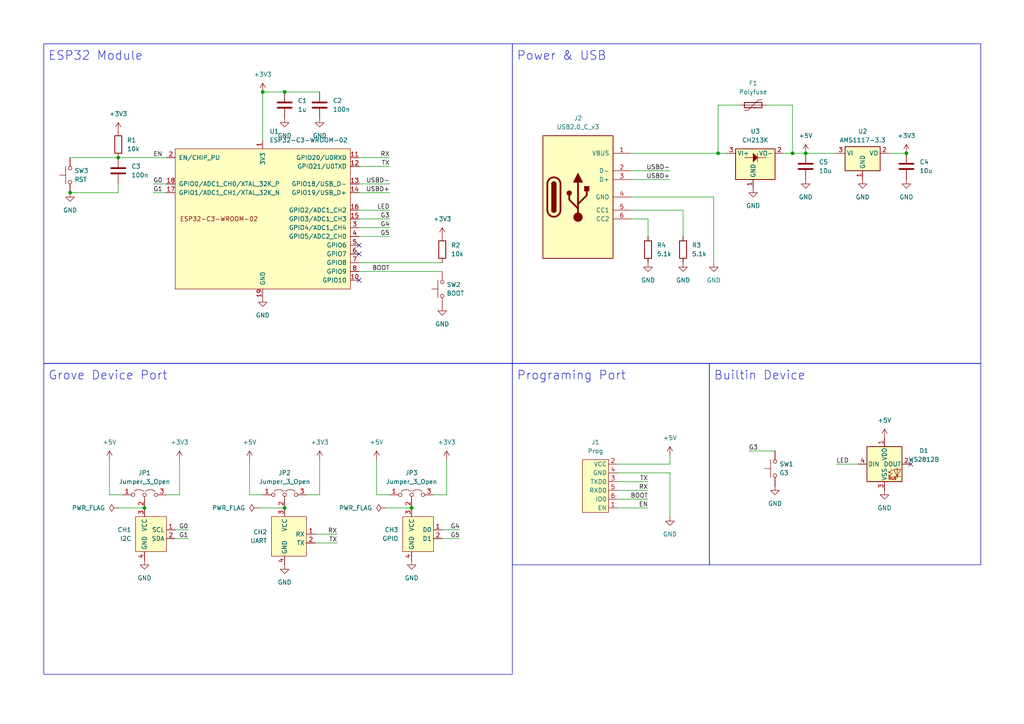
<source format=kicad_sch>
(kicad_sch (version 20230121) (generator eeschema)
  (paper "A4")
  (lib_symbols
    (symbol "$74th:CH213K-Ideal_Diode_for_USB_Power"
      (property "Reference" "U" (at -3.81 7.62 0))
      (property "Value" "CH213K" (at 5.08 7.62 0))
      (symbol "CH213K-Ideal_Diode_for_USB_Power_0_1"
        (polyline (pts (xy -2.54 2.54) (xy 3.81 2.54)))
        (polyline (pts (xy 1.27 3.81) (xy 1.27 1.27)))
      )
      (symbol "CH213K-Ideal_Diode_for_USB_Power_1_1"
        (rectangle (start -5.08 5.08) (end 6.35 -3.81) (stroke (width 0.254)) (fill (type background)))
        (polyline (pts (xy 0 3.81) (xy 0 1.27) (xy 1.27 2.54) (xy 0 3.81)) (fill (type outline)))
        (pin power_in line (at 0 -6.35 90) (length 2.54) (name "GND") (number "1"))
        (pin power_out line (at 8.89 3.81 180) (length 2.54) (name "VO-") (number "2"))
        (pin power_in line (at -7.62 3.81 0) (length 2.54) (name "VI+") (number "3"))
      )
    )
    (symbol "$74th:ESP-Prog-ProgramCOM-RECV"
      (property "Reference" "J" (at 0 5.08 0))
      (property "Value" "ESP-Prog-ProgramCOM-RECV" (at 0 7.62 0))
      (symbol "ESP-Prog-ProgramCOM-RECV_0_1"
        (rectangle (start -3.81 3.81) (end 3.81 -11.43) (stroke (width 0.1524)) (fill (type background)))
      )
      (symbol "ESP-Prog-ProgramCOM-RECV_1_1"
        (pin output line (at 6.35 -10.16 180) (length 2.54) (name "EN") (number "1"))
        (pin passive line (at 6.35 2.54 180) (length 2.54) (name "VCC") (number "2"))
        (pin input line (at 6.35 -2.54 180) (length 2.54) (name "TXD0") (number "3"))
        (pin passive line (at 6.35 0 180) (length 2.54) (name "GND") (number "4"))
        (pin output line (at 6.35 -5.08 180) (length 2.54) (name "RXD0") (number "5"))
        (pin output line (at 6.35 -7.62 180) (length 2.54) (name "IO0") (number "6"))
      )
    )
    (symbol "$74th:Grove_HostSide"
      (property "Reference" "CH" (at -6.35 0 0))
      (property "Value" "Grove_HostSide" (at -6.35 -2.54 0))
      (symbol "Grove_HostSide_0_1"
        (rectangle (start -5.08 3.81) (end 3.81 -6.35) (stroke (width 0.1524)) (fill (type background)))
      )
      (symbol "Grove_HostSide_1_1"
        (pin bidirectional line (at 6.35 0 180) (length 2.54) (name "D0") (number "1"))
        (pin bidirectional line (at 6.35 -2.54 180) (length 2.54) (name "D1") (number "2"))
        (pin power_in line (at -2.54 6.35 270) (length 2.54) (name "VCC") (number "3"))
        (pin power_in line (at -2.54 -8.89 90) (length 2.54) (name "GND") (number "4"))
      )
    )
    (symbol "$74th:I2C_Grove_HostSide"
      (property "Reference" "CH" (at -6.35 0 0))
      (property "Value" "I2C_Grove_HostSide" (at -6.35 -2.54 0))
      (symbol "I2C_Grove_HostSide_0_1"
        (rectangle (start -5.08 3.81) (end 3.81 -6.35) (stroke (width 0.1524)) (fill (type background)))
      )
      (symbol "I2C_Grove_HostSide_1_1"
        (pin input line (at 6.35 0 180) (length 2.54) (name "SCL") (number "1"))
        (pin bidirectional line (at 6.35 -2.54 180) (length 2.54) (name "SDA") (number "2"))
        (pin power_in line (at -2.54 6.35 270) (length 2.54) (name "VCC") (number "3"))
        (pin power_in line (at -2.54 -8.89 90) (length 2.54) (name "GND") (number "4"))
      )
    )
    (symbol "$74th:UART_Grove_HostSide"
      (property "Reference" "CH" (at -7.62 1.27 0))
      (property "Value" "UART_Grove_HostSide" (at -7.62 -1.27 0))
      (symbol "UART_Grove_HostSide_0_1"
        (rectangle (start -6.35 6.35) (end 3.81 -5.08) (stroke (width 0.1524)) (fill (type background)))
      )
      (symbol "UART_Grove_HostSide_1_1"
        (pin input line (at 6.35 1.27 180) (length 2.54) (name "RX") (number "1"))
        (pin output line (at 6.35 -1.27 180) (length 2.54) (name "TX") (number "2"))
        (pin power_in line (at -2.54 8.89 270) (length 2.54) (name "VCC") (number "3"))
        (pin power_in line (at -2.54 -7.62 90) (length 2.54) (name "GND") (number "4"))
      )
    )
    (symbol "$74th:USB2.0_C_v3" (pin_names (offset 1.016))
      (property "Reference" "J" (at -10.16 19.05 0))
      (property "Value" "USB2.0_C_v3" (at 12.7 19.05 0))
      (symbol "USB2.0_C_v3_0_1"
        (rectangle (start -10.16 17.78) (end 10.16 -17.78) (stroke (width 0.254)) (fill (type background)))
        (arc (start -8.89 -3.81) (mid -6.985 -5.7067) (end -5.08 -3.81) (stroke (width 0.508)))
        (arc (start -7.62 -3.81) (mid -6.985 -4.4423) (end -6.35 -3.81) (stroke (width 0.254)))
        (arc (start -7.62 -3.81) (mid -6.985 -4.4423) (end -6.35 -3.81) (stroke (width 0.254)) (fill (type outline)))
        (rectangle (start -7.62 -3.81) (end -6.35 3.81) (stroke (width 0.254)) (fill (type outline)))
        (arc (start -6.35 3.81) (mid -6.985 4.4423) (end -7.62 3.81) (stroke (width 0.254)))
        (arc (start -6.35 3.81) (mid -6.985 4.4423) (end -7.62 3.81) (stroke (width 0.254)) (fill (type outline)))
        (arc (start -5.08 3.81) (mid -6.985 5.7067) (end -8.89 3.81) (stroke (width 0.508)))
        (circle (center -2.54 1.143) (radius 0.635) (stroke (width 0.254)) (fill (type outline)))
        (circle (center 0 -5.842) (radius 1.27) (fill (type outline)))
        (polyline (pts (xy -8.89 -3.81) (xy -8.89 3.81)) (stroke (width 0.508)))
        (polyline (pts (xy -5.08 3.81) (xy -5.08 -3.81)) (stroke (width 0.508)))
        (polyline (pts (xy 0 -5.842) (xy 0 4.318)) (stroke (width 0.508)))
        (polyline (pts (xy 0 -3.302) (xy -2.54 -0.762) (xy -2.54 0.508)) (stroke (width 0.508)))
        (polyline (pts (xy 0 -2.032) (xy 2.54 0.508) (xy 2.54 1.778)) (stroke (width 0.508)))
        (polyline (pts (xy -1.27 4.318) (xy 0 6.858) (xy 1.27 4.318) (xy -1.27 4.318)) (stroke (width 0.254)) (fill (type outline)))
        (rectangle (start 1.905 1.778) (end 3.175 3.048) (stroke (width 0.254)) (fill (type outline)))
      )
      (symbol "USB2.0_C_v3_1_1"
        (pin power_out line (at 15.24 12.7 180) (length 5.08) (name "VBUS") (number "1"))
        (pin bidirectional line (at 15.24 7.62 180) (length 5.08) (name "D-") (number "2"))
        (pin bidirectional line (at 15.24 5.08 180) (length 5.08) (name "D+") (number "3"))
        (pin power_out line (at 15.24 0 180) (length 5.08) (name "GND") (number "4"))
        (pin bidirectional line (at 15.24 -3.81 180) (length 5.08) (name "CC1") (number "5"))
        (pin bidirectional line (at 15.24 -6.35 180) (length 5.08) (name "CC2") (number "6"))
      )
    )
    (symbol "Device:C" (pin_numbers hide) (pin_names (offset 0.254))
      (property "Reference" "C" (at 0.635 2.54 0))
      (property "Value" "C" (at 0.635 -2.54 0))
      (symbol "C_0_1"
        (polyline (pts (xy -2.032 -0.762) (xy 2.032 -0.762)) (stroke (width 0.508)))
        (polyline (pts (xy -2.032 0.762) (xy 2.032 0.762)) (stroke (width 0.508)))
      )
      (symbol "C_1_1"
        (pin passive line (at 0 3.81 270) (length 2.794) (name "~") (number "1"))
        (pin passive line (at 0 -3.81 90) (length 2.794) (name "~") (number "2"))
      )
    )
    (symbol "Device:Polyfuse" (pin_numbers hide) (pin_names (offset 0))
      (property "Reference" "F" (at -2.54 0 90))
      (property "Value" "Polyfuse" (at 2.54 0 90))
      (symbol "Polyfuse_0_1"
        (rectangle (start -0.762 2.54) (end 0.762 -2.54) (stroke (width 0.254)))
        (polyline (pts (xy 0 2.54) (xy 0 -2.54)))
        (polyline (pts (xy -1.524 2.54) (xy -1.524 1.524) (xy 1.524 -1.524) (xy 1.524 -2.54)))
      )
      (symbol "Polyfuse_1_1"
        (pin passive line (at 0 3.81 270) (length 1.27) (name "~") (number "1"))
        (pin passive line (at 0 -3.81 90) (length 1.27) (name "~") (number "2"))
      )
    )
    (symbol "Device:R" (pin_numbers hide) (pin_names (offset 0))
      (property "Reference" "R" (at 2.032 0 90))
      (property "Value" "R" (at 0 0 90))
      (symbol "R_0_1"
        (rectangle (start -1.016 -2.54) (end 1.016 2.54) (stroke (width 0.254)))
      )
      (symbol "R_1_1"
        (pin passive line (at 0 3.81 270) (length 1.27) (name "~") (number "1"))
        (pin passive line (at 0 -3.81 90) (length 1.27) (name "~") (number "2"))
      )
    )
    (symbol "Espressif:ESP32-C3-WROOM-02" (pin_names (offset 1.016))
      (property "Reference" "U" (at -25.4 25.4 0))
      (property "Value" "ESP32-C3-WROOM-02" (at -25.4 22.86 0))
      (symbol "ESP32-C3-WROOM-02_0_0"
        (text "ESP32-C3-WROOM-02" (at -12.7 0 0) (effects (font (size 1.27 1.27))))
      )
      (symbol "ESP32-C3-WROOM-02_0_1"
        (rectangle (start 25.4 20.32) (end -25.4 -20.32) (fill (type background)))
      )
      (symbol "ESP32-C3-WROOM-02_1_1"
        (pin power_in line (at 0 22.86 270) (length 2.54) (name "3V3") (number "1"))
        (pin bidirectional line (at 27.94 -17.78 180) (length 2.54) (name "GPIO10") (number "10"))
        (pin bidirectional line (at 27.94 17.78 180) (length 2.54) (name "GPIO20/U0RXD") (number "11"))
        (pin bidirectional line (at 27.94 15.24 180) (length 2.54) (name "GPIO21/U0TXD") (number "12"))
        (pin bidirectional line (at 27.94 10.16 180) (length 2.54) (name "GPIO18/USB_D-") (number "13"))
        (pin bidirectional line (at 27.94 7.62 180) (length 2.54) (name "GPIO19/USB_D+") (number "14"))
        (pin bidirectional line (at 27.94 0 180) (length 2.54) (name "GPIO3/ADC1_CH3") (number "15"))
        (pin bidirectional line (at 27.94 2.54 180) (length 2.54) (name "GPIO2/ADC1_CH2") (number "16"))
        (pin bidirectional line (at -27.94 7.62 0) (length 2.54) (name "GPIO1/ADC1_CH1/XTAL_32K_N") (number "17"))
        (pin bidirectional line (at -27.94 10.16 0) (length 2.54) (name "GPIO0/ADC1_CH0/XTAL_32K_P") (number "18"))
        (pin power_in line (at 0 -22.86 90) (length 2.54) (name "GND") (number "19"))
        (pin input line (at -27.94 17.78 0) (length 2.54) (name "EN/CHIP_PU") (number "2"))
        (pin bidirectional line (at 27.94 -2.54 180) (length 2.54) (name "GPIO4/ADC1_CH4") (number "3"))
        (pin bidirectional line (at 27.94 -5.08 180) (length 2.54) (name "GPIO5/ADC2_CH0") (number "4"))
        (pin bidirectional line (at 27.94 -7.62 180) (length 2.54) (name "GPIO6") (number "5"))
        (pin bidirectional line (at 27.94 -10.16 180) (length 2.54) (name "GPIO7") (number "6"))
        (pin bidirectional line (at 27.94 -12.7 180) (length 2.54) (name "GPIO8") (number "7"))
        (pin bidirectional line (at 27.94 -15.24 180) (length 2.54) (name "GPIO9") (number "8"))
        (pin passive line (at 0 -22.86 90) (length 2.54) hide (name "GND") (number "9"))
      )
    )
    (symbol "Jumper:Jumper_3_Open" (pin_names (offset 0) hide)
      (property "Reference" "JP" (at -2.54 -2.54 0))
      (property "Value" "Jumper_3_Open" (at 0 2.794 0))
      (symbol "Jumper_3_Open_0_0"
        (circle (center -3.302 0) (radius 0.508))
        (circle (center 0 0) (radius 0.508))
        (circle (center 3.302 0) (radius 0.508))
      )
      (symbol "Jumper_3_Open_0_1"
        (arc (start -0.254 1.016) (mid -1.651 1.4992) (end -3.048 1.016))
        (polyline (pts (xy 0 -0.508) (xy 0 -1.27)))
        (arc (start 3.048 1.016) (mid 1.651 1.4992) (end 0.254 1.016))
      )
      (symbol "Jumper_3_Open_1_1"
        (pin passive line (at -6.35 0 0) (length 2.54) (name "A") (number "1"))
        (pin passive line (at 0 -3.81 90) (length 2.54) (name "C") (number "2"))
        (pin passive line (at 6.35 0 180) (length 2.54) (name "B") (number "3"))
      )
    )
    (symbol "LED:WS2812B" (pin_names (offset 0.254))
      (property "Reference" "D" (at 5.08 5.715 0))
      (property "Value" "WS2812B" (at 1.27 -5.715 0))
      (symbol "WS2812B_0_0"
        (text "RGB" (at 2.286 -4.191 0) (effects (font (size 0.762 0.762))))
      )
      (symbol "WS2812B_0_1"
        (polyline (pts (xy 1.27 -3.556) (xy 1.778 -3.556)))
        (polyline (pts (xy 1.27 -2.54) (xy 1.778 -2.54)))
        (polyline (pts (xy 4.699 -3.556) (xy 2.667 -3.556)))
        (polyline (pts (xy 2.286 -2.54) (xy 1.27 -3.556) (xy 1.27 -3.048)))
        (polyline (pts (xy 2.286 -1.524) (xy 1.27 -2.54) (xy 1.27 -2.032)))
        (polyline (pts (xy 3.683 -1.016) (xy 3.683 -3.556) (xy 3.683 -4.064)))
        (polyline (pts (xy 4.699 -1.524) (xy 2.667 -1.524) (xy 3.683 -3.556) (xy 4.699 -1.524)))
        (rectangle (start 5.08 5.08) (end -5.08 -5.08) (stroke (width 0.254)) (fill (type background)))
      )
      (symbol "WS2812B_1_1"
        (pin power_in line (at 0 7.62 270) (length 2.54) (name "VDD") (number "1"))
        (pin output line (at 7.62 0 180) (length 2.54) (name "DOUT") (number "2"))
        (pin power_in line (at 0 -7.62 90) (length 2.54) (name "VSS") (number "3"))
        (pin input line (at -7.62 0 0) (length 2.54) (name "DIN") (number "4"))
      )
    )
    (symbol "Regulator_Linear:AMS1117-3.3"
      (property "Reference" "U" (at -3.81 3.175 0))
      (property "Value" "AMS1117-3.3" (at 0 3.175 0))
      (symbol "AMS1117-3.3_0_1"
        (rectangle (start -5.08 -5.08) (end 5.08 1.905) (stroke (width 0.254)) (fill (type background)))
      )
      (symbol "AMS1117-3.3_1_1"
        (pin power_in line (at 0 -7.62 90) (length 2.54) (name "GND") (number "1"))
        (pin power_out line (at 7.62 0 180) (length 2.54) (name "VO") (number "2"))
        (pin power_in line (at -7.62 0 0) (length 2.54) (name "VI") (number "3"))
      )
    )
    (symbol "Switch:SW_Push" (pin_numbers hide) (pin_names (offset 1.016) hide)
      (property "Reference" "SW" (at 1.27 2.54 0))
      (property "Value" "SW_Push" (at 0 -1.524 0))
      (symbol "SW_Push_0_1"
        (circle (center -2.032 0) (radius 0.508))
        (polyline (pts (xy 0 1.27) (xy 0 3.048)))
        (polyline (pts (xy 2.54 1.27) (xy -2.54 1.27)))
        (circle (center 2.032 0) (radius 0.508))
        (pin passive line (at -5.08 0 0) (length 2.54) (name "1") (number "1"))
        (pin passive line (at 5.08 0 180) (length 2.54) (name "2") (number "2"))
      )
    )
    (symbol "power:+3V3" (power) (pin_names (offset 0))
      (property "Value" "+3V3" (at 0 3.556 0))
      (symbol "+3V3_0_1"
        (polyline (pts (xy -0.762 1.27) (xy 0 2.54)))
        (polyline (pts (xy 0 0) (xy 0 2.54)))
        (polyline (pts (xy 0 2.54) (xy 0.762 1.27)))
      )
      (symbol "+3V3_1_1"
        (pin power_in line (at 0 0 90) (length 0) hide (name "+3V3") (number "1"))
      )
    )
    (symbol "power:+5V" (power) (pin_names (offset 0))
      (property "Value" "+5V" (at 0 3.556 0))
      (symbol "+5V_0_1"
        (polyline (pts (xy -0.762 1.27) (xy 0 2.54)))
        (polyline (pts (xy 0 0) (xy 0 2.54)))
        (polyline (pts (xy 0 2.54) (xy 0.762 1.27)))
      )
      (symbol "+5V_1_1"
        (pin power_in line (at 0 0 90) (length 0) hide (name "+5V") (number "1"))
      )
    )
    (symbol "power:GND" (power) (pin_names (offset 0))
      (property "Value" "GND" (at 0 -3.81 0))
      (symbol "GND_0_1"
        (polyline (pts (xy 0 0) (xy 0 -1.27) (xy 1.27 -1.27) (xy 0 -2.54) (xy -1.27 -1.27) (xy 0 -1.27)))
      )
      (symbol "GND_1_1"
        (pin power_in line (at 0 0 270) (length 0) hide (name "GND") (number "1"))
      )
    )
    (symbol "power:PWR_FLAG" (power) (pin_numbers hide) (pin_names (offset 0) hide)
      (property "Value" "PWR_FLAG" (at 0 3.81 0))
      (symbol "PWR_FLAG_0_0"
        (pin power_out line (at 0 0 90) (length 0) (name "pwr") (number "1"))
      )
      (symbol "PWR_FLAG_0_1"
        (polyline (pts (xy 0 0) (xy 0 1.27) (xy -1.016 1.905) (xy 0 2.54) (xy 1.016 1.905) (xy 0 1.27)))
      )
    )
  )
  (junction (at 20.32 55.88))
  (junction (at 119.38 147.32))
  (junction (at 82.55 26.67))
  (junction (at 229.87 44.45))
  (junction (at 233.68 44.45))
  (junction (at 82.55 147.32))
  (junction (at 262.89 44.45))
  (junction (at 208.28 44.45))
  (junction (at 34.29 45.72))
  (junction (at 41.91 147.32))
  (junction (at 76.2 26.67))
  (no_connect (at 104.14 71.12))
  (no_connect (at 104.14 81.28))
  (no_connect (at 104.14 73.66))
  (no_connect (at 264.16 134.62))
  (wire (pts (xy 214.63 30.48) (xy 208.28 30.48)))
  (wire (pts (xy 104.14 60.96) (xy 113.03 60.96)))
  (wire (pts (xy 229.87 44.45) (xy 233.68 44.45)))
  (wire (pts (xy 182.88 44.45) (xy 208.28 44.45)))
  (wire (pts (xy 194.31 137.16) (xy 194.31 149.86)))
  (wire (pts (xy 207.01 76.2) (xy 207.01 57.15)))
  (wire (pts (xy 104.14 45.72) (xy 113.03 45.72)))
  (wire (pts (xy 34.29 55.88) (xy 20.32 55.88)))
  (wire (pts (xy 179.07 137.16) (xy 194.31 137.16)))
  (wire (pts (xy 182.88 52.07) (xy 194.31 52.07)))
  (wire (pts (xy 179.07 139.7) (xy 187.96 139.7)))
  (wire (pts (xy 104.14 66.04) (xy 113.03 66.04)))
  (wire (pts (xy 194.31 134.62) (xy 194.31 132.08)))
  (wire (pts (xy 208.28 44.45) (xy 210.82 44.45)))
  (wire (pts (xy 34.29 53.34) (xy 34.29 55.88)))
  (wire (pts (xy 129.54 133.35) (xy 129.54 143.51)))
  (wire (pts (xy 128.27 156.21) (xy 133.35 156.21)))
  (wire (pts (xy 44.45 53.34) (xy 48.26 53.34)))
  (wire (pts (xy 44.45 55.88) (xy 48.26 55.88)))
  (wire (pts (xy 179.07 144.78) (xy 187.96 144.78)))
  (wire (pts (xy 187.96 63.5) (xy 187.96 68.58)))
  (wire (pts (xy 111.76 147.32) (xy 119.38 147.32)))
  (wire (pts (xy 104.14 78.74) (xy 128.27 78.74)))
  (wire (pts (xy 91.44 154.94) (xy 97.79 154.94)))
  (wire (pts (xy 76.2 26.67) (xy 76.2 40.64)))
  (wire (pts (xy 76.2 143.51) (xy 72.39 143.51)))
  (wire (pts (xy 104.14 53.34) (xy 113.03 53.34)))
  (wire (pts (xy 20.32 45.72) (xy 34.29 45.72)))
  (wire (pts (xy 227.33 44.45) (xy 229.87 44.45)))
  (wire (pts (xy 104.14 48.26) (xy 113.03 48.26)))
  (wire (pts (xy 233.68 44.45) (xy 242.57 44.45)))
  (wire (pts (xy 50.8 153.67) (xy 54.61 153.67)))
  (wire (pts (xy 257.81 44.45) (xy 262.89 44.45)))
  (wire (pts (xy 229.87 30.48) (xy 229.87 44.45)))
  (wire (pts (xy 82.55 26.67) (xy 92.71 26.67)))
  (wire (pts (xy 104.14 55.88) (xy 113.03 55.88)))
  (wire (pts (xy 222.25 30.48) (xy 229.87 30.48)))
  (wire (pts (xy 34.29 147.32) (xy 41.91 147.32)))
  (wire (pts (xy 35.56 143.51) (xy 31.75 143.51)))
  (wire (pts (xy 50.8 156.21) (xy 54.61 156.21)))
  (wire (pts (xy 179.07 147.32) (xy 187.96 147.32)))
  (wire (pts (xy 74.93 147.32) (xy 82.55 147.32)))
  (wire (pts (xy 104.14 63.5) (xy 113.03 63.5)))
  (wire (pts (xy 76.2 26.67) (xy 82.55 26.67)))
  (wire (pts (xy 31.75 143.51) (xy 31.75 133.35)))
  (wire (pts (xy 208.28 30.48) (xy 208.28 44.45)))
  (wire (pts (xy 129.54 143.51) (xy 125.73 143.51)))
  (wire (pts (xy 198.12 60.96) (xy 198.12 68.58)))
  (wire (pts (xy 207.01 57.15) (xy 182.88 57.15)))
  (wire (pts (xy 104.14 76.2) (xy 128.27 76.2)))
  (wire (pts (xy 182.88 49.53) (xy 194.31 49.53)))
  (wire (pts (xy 92.71 143.51) (xy 88.9 143.51)))
  (wire (pts (xy 242.57 134.62) (xy 248.92 134.62)))
  (wire (pts (xy 34.29 45.72) (xy 48.26 45.72)))
  (wire (pts (xy 179.07 134.62) (xy 194.31 134.62)))
  (wire (pts (xy 72.39 143.51) (xy 72.39 133.35)))
  (wire (pts (xy 224.79 130.81) (xy 217.17 130.81)))
  (wire (pts (xy 182.88 63.5) (xy 187.96 63.5)))
  (wire (pts (xy 104.14 68.58) (xy 113.03 68.58)))
  (wire (pts (xy 109.22 143.51) (xy 109.22 133.35)))
  (wire (pts (xy 182.88 60.96) (xy 198.12 60.96)))
  (wire (pts (xy 52.07 143.51) (xy 48.26 143.51)))
  (wire (pts (xy 113.03 143.51) (xy 109.22 143.51)))
  (wire (pts (xy 91.44 157.48) (xy 97.79 157.48)))
  (wire (pts (xy 52.07 133.35) (xy 52.07 143.51)))
  (wire (pts (xy 179.07 142.24) (xy 187.96 142.24)))
  (wire (pts (xy 92.71 133.35) (xy 92.71 143.51)))
  (wire (pts (xy 128.27 153.67) (xy 133.35 153.67)))
  (rectangle (start 148.59 12.7) (end 284.48 105.41))
  (rectangle (start 12.7 12.7) (end 148.59 105.41))
  (rectangle (start 205.74 105.41) (end 284.48 163.83))
  (rectangle (start 148.59 105.41) (end 205.74 163.83))
  (rectangle (start 12.7 105.41) (end 148.59 195.58))
  (text "ESP32 Module" (at 13.97 17.78 0) (effects (font (size 2.54 2.54)) (justify left bottom)))
  (text "Builtin Device" (at 207.01 110.49 0) (effects (font (size 2.54 2.54)) (justify left bottom)))
  (text "Programing Port" (at 149.86 110.49 0) (effects (font (size 2.54 2.54)) (justify left bottom)))
  (text "Grove Device Port" (at 13.97 110.49 0) (effects (font (size 2.54 2.54)) (justify left bottom)))
  (text "Power & USB" (at 149.86 17.78 0) (effects (font (size 2.54 2.54)) (justify left bottom)))
  (label "G1" (at 44.45 55.88 0))
  (label "EN" (at 44.45 45.72 0))
  (label "RX" (at 187.96 142.24 180))
  (label "BOOT" (at 187.96 144.78 180))
  (label "USBD-" (at 194.31 49.53 180))
  (label "G5" (at 133.35 156.21 180))
  (label "G1" (at 54.61 156.21 180))
  (label "G0" (at 44.45 53.34 0))
  (label "G5" (at 113.03 68.58 180))
  (label "LED" (at 242.57 134.62 0))
  (label "G4" (at 113.03 66.04 180))
  (label "G0" (at 54.61 153.67 180))
  (label "RX" (at 113.03 45.72 180))
  (label "USBD+" (at 113.03 55.88 180))
  (label "TX" (at 97.79 157.48 180))
  (label "TX" (at 187.96 139.7 180))
  (label "BOOT" (at 113.03 78.74 180))
  (label "EN" (at 187.96 147.32 180))
  (label "USBD-" (at 113.03 53.34 180))
  (label "G3" (at 113.03 63.5 180))
  (label "LED" (at 113.03 60.96 180))
  (label "TX" (at 113.03 48.26 180))
  (label "G3" (at 217.17 130.81 0))
  (label "USBD+" (at 194.31 52.07 180))
  (label "G4" (at 133.35 153.67 180))
  (label "RX" (at 97.79 154.94 180))
  (symbol (lib_id "Switch:SW_Push") (at 20.32 50.8 90) (unit 1)
    (property "Reference" "SW3" (at 21.59 49.53 90) (effects (justify right)))
    (property "Value" "RST" (at 21.59 52.07 90) (effects (justify right)))
    (property "Footprint" "$74th:SKRPABE010" (effects hide))
  )
  (symbol (lib_id "$74th:I2C_Grove_HostSide") (at 44.45 153.67 0) (unit 1)
    (property "Reference" "CH1" (at 38.1 153.67 0) (effects (justify right)))
    (property "Value" "I2C" (at 38.1 156.21 0) (effects (justify right)))
    (property "Footprint" "$74th:HY2.0_Socket_SMD_4Pin" (effects hide))
  )
  (symbol (lib_id "power:GND") (at 233.68 52.07 0) (unit 1)
    (property "Reference" "#PWR07" (effects hide))
    (property "Value" "GND" (at 233.68 57.15 0))
  )
  (symbol (lib_id "power:+3V3") (at 52.07 133.35 0) (unit 1)
    (property "Reference" "#PWR019" (effects hide))
    (property "Value" "+3V3" (at 52.07 128.27 0))
  )
  (symbol (lib_id "$74th:ESP-Prog-ProgramCOM-RECV") (at 172.72 137.16 0) (unit 1)
    (property "Reference" "J1" (at 172.72 128.27 0))
    (property "Value" "Prog" (at 172.72 130.81 0))
    (property "Footprint" "$74th:BoxPinHeader_2x03_P1.27mm_Vertical" (effects hide))
  )
  (symbol (lib_id "Device:C") (at 92.71 30.48 0) (unit 1)
    (property "Reference" "C2" (at 96.52 29.21 0) (effects (justify left)))
    (property "Value" "100n" (at 96.52 31.75 0) (effects (justify left)))
    (property "Footprint" "$74th:Capacitor_0805_2012" (effects hide))
  )
  (symbol (lib_id "power:+3V3") (at 92.71 133.35 0) (unit 1)
    (property "Reference" "#PWR017" (effects hide))
    (property "Value" "+3V3" (at 92.71 128.27 0))
  )
  (symbol (lib_id "Jumper:Jumper_3_Open") (at 41.91 143.51 0) (unit 1)
    (property "Reference" "JP1" (at 41.91 137.16 0))
    (property "Value" "Jumper_3_Open" (at 41.91 139.7 0))
    (property "Footprint" "Jumper:SolderJumper-3_P1.3mm_Open_RoundedPad1.0x1.5mm" (effects hide))
  )
  (symbol (lib_id "power:+3V3") (at 262.89 44.45 0) (unit 1)
    (property "Reference" "#PWR09" (effects hide))
    (property "Value" "+3V3" (at 262.89 39.37 0))
  )
  (symbol (lib_id "power:GND") (at 187.96 76.2 0) (unit 1)
    (property "Reference" "#PWR01" (effects hide))
    (property "Value" "GND" (at 187.96 81.28 0))
  )
  (symbol (lib_id "power:+5V") (at 31.75 133.35 0) (unit 1)
    (property "Reference" "#PWR018" (effects hide))
    (property "Value" "+5V" (at 31.75 128.27 0))
  )
  (symbol (lib_id "power:GND") (at 224.79 140.97 0) (unit 1)
    (property "Reference" "#PWR031" (effects hide))
    (property "Value" "GND" (at 224.79 146.05 0))
  )
  (symbol (lib_id "power:GND") (at 207.01 76.2 0) (unit 1)
    (property "Reference" "#PWR06" (effects hide))
    (property "Value" "GND" (at 207.01 81.28 0))
  )
  (symbol (lib_id "$74th:Grove_HostSide") (at 121.92 153.67 0) (unit 1)
    (property "Reference" "CH3" (at 115.57 153.67 0) (effects (justify right)))
    (property "Value" "GPIO" (at 115.57 156.21 0) (effects (justify right)))
    (property "Footprint" "$74th:HY2.0_Socket_SMD_4Pin" (effects hide))
  )
  (symbol (lib_id "$74th:USB2.0_C_v3") (at 167.64 57.15 0) (unit 1)
    (property "Reference" "J2" (at 167.64 34.29 0))
    (property "Value" "USB2.0_C_v3" (at 167.64 36.83 0))
    (property "Footprint" "$74th:USB-C-12-Pin-MidMount-ali-v5" (effects hide))
    (property "Datasheet" "https://www.usb.org/sites/default/files/documents/usb_type-c.zip" (effects hide))
  )
  (symbol (lib_id "$74th:UART_Grove_HostSide") (at 85.09 156.21 0) (unit 1)
    (property "Reference" "CH2" (at 77.47 154.305 0) (effects (justify right)))
    (property "Value" "UART" (at 77.47 156.845 0) (effects (justify right)))
    (property "Footprint" "$74th:HY2.0_Socket_SMD_4Pin" (effects hide))
  )
  (symbol (lib_id "power:PWR_FLAG") (at 111.76 147.32 90) (unit 1)
    (property "Reference" "#FLG03" (effects hide))
    (property "Value" "PWR_FLAG" (at 107.95 147.32 90) (effects (justify left)))
  )
  (symbol (lib_id "power:+5V") (at 233.68 44.45 0) (unit 1)
    (property "Reference" "#PWR08" (effects hide))
    (property "Value" "+5V" (at 233.68 39.37 0))
  )
  (symbol (lib_id "power:GND") (at 262.89 52.07 0) (unit 1)
    (property "Reference" "#PWR05" (effects hide))
    (property "Value" "GND" (at 262.89 57.15 0))
  )
  (symbol (lib_id "power:PWR_FLAG") (at 74.93 147.32 90) (unit 1)
    (property "Reference" "#FLG02" (effects hide))
    (property "Value" "PWR_FLAG" (at 71.12 147.32 90) (effects (justify left)))
  )
  (symbol (lib_id "Device:R") (at 128.27 72.39 0) (unit 1)
    (property "Reference" "R2" (at 130.81 71.1199 0) (effects (justify left)))
    (property "Value" "10k" (at 130.81 73.6599 0) (effects (justify left)))
    (property "Footprint" "$74th:Capacitor_0805_2012" (effects hide))
  )
  (symbol (lib_id "power:PWR_FLAG") (at 34.29 147.32 90) (unit 1)
    (property "Reference" "#FLG01" (effects hide))
    (property "Value" "PWR_FLAG" (at 30.48 147.32 90) (effects (justify left)))
  )
  (symbol (lib_id "Device:C") (at 262.89 48.26 0) (unit 1)
    (property "Reference" "C4" (at 266.7 46.99 0) (effects (justify left)))
    (property "Value" "10u" (at 266.7 49.53 0) (effects (justify left)))
    (property "Footprint" "$74th:Capacitor_0805_2012" (effects hide))
  )
  (symbol (lib_id "$74th:CH213K-Ideal_Diode_for_USB_Power") (at 218.44 48.26 0) (unit 1)
    (property "Reference" "U3" (at 219.075 38.1 0))
    (property "Value" "CH213K" (at 219.075 40.64 0))
    (property "Footprint" "Package_TO_SOT_SMD:SOT-23" (effects hide))
  )
  (symbol (lib_id "power:+5V") (at 109.22 133.35 0) (unit 1)
    (property "Reference" "#PWR022" (effects hide))
    (property "Value" "+5V" (at 109.22 128.27 0))
  )
  (symbol (lib_id "LED:WS2812B") (at 256.54 134.62 0) (unit 1)
    (property "Reference" "D1" (at 267.97 130.7339 0))
    (property "Value" "WS2812B" (at 267.97 133.2739 0))
    (property "Footprint" "LED_SMD:LED_WS2812B_PLCC4_5.0x5.0mm_P3.2mm" (effects hide))
    (property "Datasheet" "https://cdn-shop.adafruit.com/datasheets/WS2812B.pdf" (effects hide))
  )
  (symbol (lib_id "power:GND") (at 198.12 76.2 0) (unit 1)
    (property "Reference" "#PWR02" (effects hide))
    (property "Value" "GND" (at 198.12 81.28 0))
  )
  (symbol (lib_id "Device:C") (at 34.29 49.53 0) (unit 1)
    (property "Reference" "C3" (at 38.1 48.26 0) (effects (justify left)))
    (property "Value" "100n" (at 38.1 50.8 0) (effects (justify left)))
    (property "Footprint" "$74th:Capacitor_0805_2012" (effects hide))
  )
  (symbol (lib_id "power:+3V3") (at 128.27 68.58 0) (unit 1)
    (property "Reference" "#PWR025" (effects hide))
    (property "Value" "+3V3" (at 128.27 63.5 0))
  )
  (symbol (lib_id "Device:C") (at 82.55 30.48 0) (unit 1)
    (property "Reference" "C1" (at 86.36 29.21 0) (effects (justify left)))
    (property "Value" "1u" (at 86.36 31.75 0) (effects (justify left)))
    (property "Footprint" "$74th:Capacitor_0805_2012" (effects hide))
  )
  (symbol (lib_id "power:GND") (at 194.31 149.86 0) (unit 1)
    (property "Reference" "#PWR028" (effects hide))
    (property "Value" "GND" (at 194.31 154.94 0))
  )
  (symbol (lib_id "power:+3V3") (at 34.29 38.1 0) (unit 1)
    (property "Reference" "#PWR015" (effects hide))
    (property "Value" "+3V3" (at 34.29 33.02 0))
  )
  (symbol (lib_id "power:GND") (at 256.54 142.24 0) (unit 1)
    (property "Reference" "#PWR030" (effects hide))
    (property "Value" "GND" (at 256.54 147.32 0))
  )
  (symbol (lib_id "power:GND") (at 92.71 34.29 0) (unit 1)
    (property "Reference" "#PWR012" (effects hide))
    (property "Value" "GND" (at 92.71 39.37 0))
  )
  (symbol (lib_id "Device:R") (at 187.96 72.39 0) (unit 1)
    (property "Reference" "R4" (at 190.5 71.12 0) (effects (justify left)))
    (property "Value" "5.1k" (at 190.5 73.66 0) (effects (justify left)))
    (property "Footprint" "$74th:Capacitor_0805_2012" (effects hide))
  )
  (symbol (lib_id "Device:R") (at 34.29 41.91 0) (unit 1)
    (property "Reference" "R1" (at 36.83 40.6399 0) (effects (justify left)))
    (property "Value" "10k" (at 36.83 43.1799 0) (effects (justify left)))
    (property "Footprint" "$74th:Capacitor_0805_2012" (effects hide))
  )
  (symbol (lib_id "Device:Polyfuse") (at 218.44 30.48 270) (unit 1)
    (property "Reference" "F1" (at 218.44 24.13 90))
    (property "Value" "Polyfuse" (at 218.44 26.67 90))
    (property "Footprint" "$74th:Fuse_1812_4532Metric_Pad1.30x3.40mm_HandSolder" (effects hide))
  )
  (symbol (lib_id "power:+5V") (at 256.54 127 0) (unit 1)
    (property "Reference" "#PWR029" (effects hide))
    (property "Value" "+5V" (at 256.54 121.92 0))
  )
  (symbol (lib_id "Device:R") (at 198.12 72.39 0) (unit 1)
    (property "Reference" "R3" (at 200.66 71.12 0) (effects (justify left)))
    (property "Value" "5.1k" (at 200.66 73.66 0) (effects (justify left)))
    (property "Footprint" "$74th:Capacitor_0805_2012" (effects hide))
  )
  (symbol (lib_id "power:+3V3") (at 76.2 26.67 0) (unit 1)
    (property "Reference" "#PWR010" (effects hide))
    (property "Value" "+3V3" (at 76.2 21.59 0))
  )
  (symbol (lib_id "Jumper:Jumper_3_Open") (at 82.55 143.51 0) (unit 1)
    (property "Reference" "JP2" (at 82.55 137.16 0))
    (property "Value" "Jumper_3_Open" (at 82.55 139.7 0))
    (property "Footprint" "Jumper:SolderJumper-3_P1.3mm_Open_RoundedPad1.0x1.5mm" (effects hide))
  )
  (symbol (lib_id "power:GND") (at 82.55 163.83 0) (unit 1)
    (property "Reference" "#PWR021" (effects hide))
    (property "Value" "GND" (at 82.55 168.91 0))
  )
  (symbol (lib_id "power:GND") (at 250.19 52.07 0) (unit 1)
    (property "Reference" "#PWR04" (effects hide))
    (property "Value" "GND" (at 250.19 57.15 0))
  )
  (symbol (lib_id "Regulator_Linear:AMS1117-3.3") (at 250.19 44.45 0) (unit 1)
    (property "Reference" "U2" (at 250.19 38.1 0))
    (property "Value" "AMS1117-3.3" (at 250.19 40.64 0))
    (property "Footprint" "Package_TO_SOT_SMD:SOT-223-3_TabPin2" (effects hide))
    (property "Datasheet" "http://www.advanced-monolithic.com/pdf/ds1117.pdf" (effects hide))
  )
  (symbol (lib_id "Switch:SW_Push") (at 224.79 135.89 90) (unit 1)
    (property "Reference" "SW1" (at 226.06 134.62 90) (effects (justify right)))
    (property "Value" "G3" (at 226.06 137.16 90) (effects (justify right)))
    (property "Footprint" "$74th:SKRPABE010" (effects hide))
  )
  (symbol (lib_id "power:GND") (at 76.2 86.36 0) (unit 1)
    (property "Reference" "#PWR013" (effects hide))
    (property "Value" "GND" (at 76.2 91.44 0))
  )
  (symbol (lib_id "power:GND") (at 128.27 88.9 0) (unit 1)
    (property "Reference" "#PWR026" (effects hide))
    (property "Value" "GND" (at 128.27 93.98 0))
  )
  (symbol (lib_id "power:+3V3") (at 129.54 133.35 0) (unit 1)
    (property "Reference" "#PWR023" (effects hide))
    (property "Value" "+3V3" (at 129.54 128.27 0))
  )
  (symbol (lib_id "Switch:SW_Push") (at 128.27 83.82 90) (unit 1)
    (property "Reference" "SW2" (at 129.54 82.55 90) (effects (justify right)))
    (property "Value" "BOOT" (at 129.54 85.09 90) (effects (justify right)))
    (property "Footprint" "$74th:SKRPABE010" (effects hide))
  )
  (symbol (lib_id "Espressif:ESP32-C3-WROOM-02") (at 76.2 63.5 0) (unit 1)
    (property "Reference" "U1" (at 78.1559 38.1 0) (effects (justify left)))
    (property "Value" "ESP32-C3-WROOM-02" (at 78.1559 40.64 0) (effects (justify left)))
    (property "Footprint" "$74th-imported:ESP32-C3-WROOM-02" (effects hide))
    (property "Datasheet" "https://www.espressif.com/sites/default/files/documentation/esp32-c3-wroom-02_datasheet_en.pdf" (effects hide))
  )
  (symbol (lib_id "power:GND") (at 82.55 34.29 0) (unit 1)
    (property "Reference" "#PWR011" (effects hide))
    (property "Value" "GND" (at 82.55 39.37 0))
  )
  (symbol (lib_id "power:+5V") (at 194.31 132.08 0) (unit 1)
    (property "Reference" "#PWR027" (effects hide))
    (property "Value" "+5V" (at 194.31 127 0))
  )
  (symbol (lib_id "power:GND") (at 20.32 55.88 0) (unit 1)
    (property "Reference" "#PWR014" (effects hide))
    (property "Value" "GND" (at 20.32 60.96 0))
  )
  (symbol (lib_id "power:GND") (at 41.91 162.56 0) (unit 1)
    (property "Reference" "#PWR020" (effects hide))
    (property "Value" "GND" (at 41.91 167.64 0))
  )
  (symbol (lib_id "Jumper:Jumper_3_Open") (at 119.38 143.51 0) (unit 1)
    (property "Reference" "JP3" (at 119.38 137.16 0))
    (property "Value" "Jumper_3_Open" (at 119.38 139.7 0))
    (property "Footprint" "Jumper:SolderJumper-3_P1.3mm_Open_RoundedPad1.0x1.5mm" (effects hide))
  )
  (symbol (lib_id "power:GND") (at 218.44 54.61 0) (unit 1)
    (property "Reference" "#PWR03" (effects hide))
    (property "Value" "GND" (at 218.44 59.69 0))
  )
  (symbol (lib_id "power:GND") (at 119.38 162.56 0) (unit 1)
    (property "Reference" "#PWR024" (effects hide))
    (property "Value" "GND" (at 119.38 167.64 0))
  )
  (symbol (lib_id "power:+5V") (at 72.39 133.35 0) (unit 1)
    (property "Reference" "#PWR016" (effects hide))
    (property "Value" "+5V" (at 72.39 128.27 0))
  )
  (symbol (lib_id "Device:C") (at 233.68 48.26 0) (unit 1)
    (property "Reference" "C5" (at 237.49 46.99 0) (effects (justify left)))
    (property "Value" "10u" (at 237.49 49.53 0) (effects (justify left)))
    (property "Footprint" "$74th:Capacitor_0805_2012" (effects hide))
  )
)
</source>
